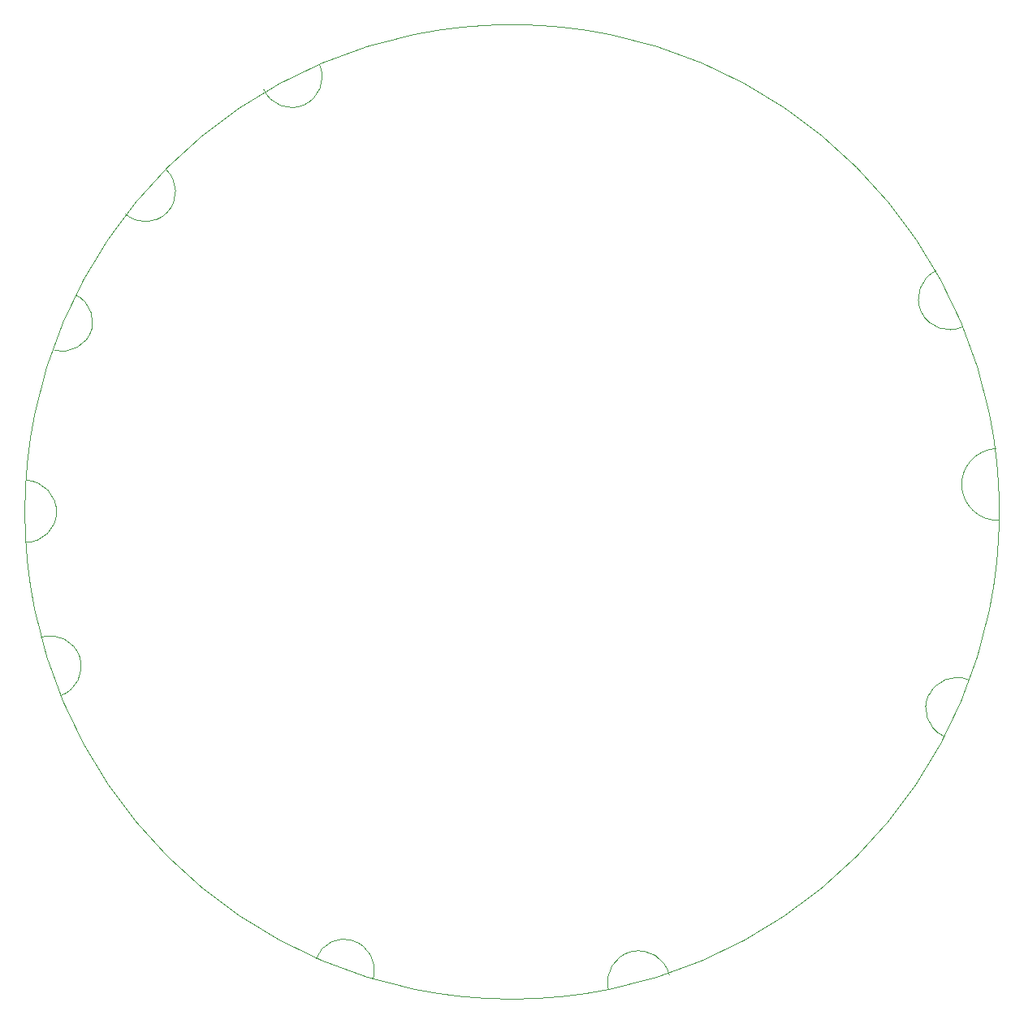
<source format=gbr>
G04 (created by PCBNEW (2013-08-23 BZR 4296)-product) date 12/22/2013 7:01:24 PM*
%MOIN*%
G04 Gerber Fmt 3.4, Leading zero omitted, Abs format*
%FSLAX34Y34*%
G01*
G70*
G90*
G04 APERTURE LIST*
%ADD10C,0.005906*%
%ADD11C,0.003937*%
%ADD12C,0.004000*%
G04 APERTURE END LIST*
G54D10*
G54D11*
X98350Y-54900D02*
G75*
G03X96950Y-56500I100J-1500D01*
G74*
G01*
X59950Y-65050D02*
G75*
G03X60750Y-63450I-400J1200D01*
G74*
G01*
X60750Y-63450D02*
G75*
G03X59150Y-62650I-1200J-400D01*
G74*
G01*
X59700Y-50850D02*
G75*
G03X61250Y-50000I350J1200D01*
G74*
G01*
X61150Y-50250D02*
G75*
G03X60600Y-48600I-1100J550D01*
G74*
G01*
X95900Y-47600D02*
G75*
G03X95300Y-49300I550J-1150D01*
G74*
G01*
X95300Y-49300D02*
G75*
G03X97000Y-49900I1150J550D01*
G74*
G01*
X95600Y-65000D02*
G75*
G03X96200Y-66700I1150J-550D01*
G74*
G01*
X97250Y-64400D02*
G75*
G03X95600Y-65050I-500J-1150D01*
G74*
G01*
X84950Y-76500D02*
G75*
G03X83400Y-75550I-1250J-300D01*
G74*
G01*
X83400Y-75550D02*
G75*
G03X82450Y-77100I300J-1250D01*
G74*
G01*
X72000Y-75100D02*
G75*
G03X70450Y-75850I-400J-1150D01*
G74*
G01*
X72800Y-76650D02*
G75*
G03X71950Y-75100I-1200J350D01*
G74*
G01*
X59800Y-57550D02*
G75*
G03X58550Y-56200I-1300J50D01*
G74*
G01*
X58550Y-58750D02*
G75*
G03X59800Y-57500I0J1250D01*
G74*
G01*
X62600Y-45250D02*
G75*
G03X64350Y-45200I850J900D01*
G74*
G01*
X64350Y-45200D02*
G75*
G03X64300Y-43450I-900J850D01*
G74*
G01*
X68300Y-40150D02*
G75*
G03X69950Y-40800I1150J500D01*
G74*
G01*
X69950Y-40800D02*
G75*
G03X70600Y-39150I-500J1150D01*
G74*
G01*
X96950Y-56400D02*
G75*
G03X98500Y-57850I1500J50D01*
G74*
G01*
G54D12*
X98500Y-57500D02*
G75*
G03X98500Y-57500I-20000J0D01*
G74*
G01*
M02*

</source>
